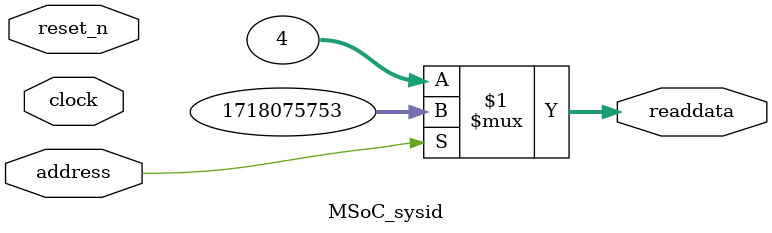
<source format=v>

`timescale 1ns / 1ps
// synthesis translate_on

// turn off superfluous verilog processor warnings 
// altera message_level Level1 
// altera message_off 10034 10035 10036 10037 10230 10240 10030 

module MSoC_sysid (
               // inputs:
                address,
                clock,
                reset_n,

               // outputs:
                readdata
             )
;

  output  [ 31: 0] readdata;
  input            address;
  input            clock;
  input            reset_n;

  wire    [ 31: 0] readdata;
  //control_slave, which is an e_avalon_slave
  assign readdata = address ? 1718075753 : 4;

endmodule




</source>
